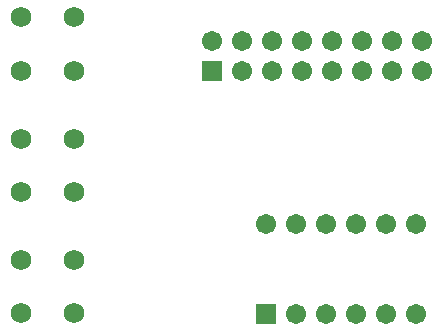
<source format=gbs>
%FSDAX24Y24*%
%MOIN*%
%SFA1B1*%

%IPPOS*%
%ADD17C,0.068000*%
%ADD18R,0.067060X0.067060*%
%ADD19C,0.067060*%
%ADD20R,0.067060X0.067060*%
%ADD21C,0.067060*%
%LNpcb_controlboard-1*%
%LPD*%
G54D17*
X005114Y010685D03*
X006885D03*
X005114Y008914D03*
X006885D03*
X005114Y006642D03*
X006885D03*
X005114Y004871D03*
X006885D03*
X005114Y002600D03*
X006885D03*
X005114Y000828D03*
X006885D03*
G54D18*
X011500Y008900D03*
G54D19*
X011500Y009900D03*
X012500Y008900D03*
Y009900D03*
X013500Y008900D03*
Y009900D03*
X014500Y008900D03*
Y009900D03*
X015500Y008900D03*
Y009900D03*
X016500Y008900D03*
Y009900D03*
X017500Y008900D03*
Y009900D03*
X018500Y008900D03*
Y009900D03*
X018300Y000800D03*
X013300Y003800D03*
X014300D03*
X015300D03*
X016300D03*
X017300D03*
X018300D03*
G54D20*
X013300Y000800D03*
G54D21*
X014300Y000800D03*
X015300D03*
X016300D03*
X017300D03*
M02*
</source>
